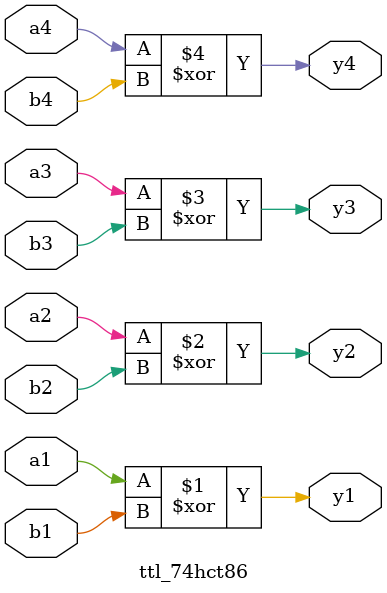
<source format=v>
module ttl_74hct86(
	input a1,
	input b1,
	output y1,
	input a2,
	input b2,
	output y2,
	input a3,
	input b3,
	output y3,
	input a4,
	input b4,
	output y4
);

assign #16 y1 = a1 ^ b1;
assign #16 y2 = a2 ^ b2;
assign #16 y3 = a3 ^ b3;
assign #16 y4 = a4 ^ b4;

endmodule

</source>
